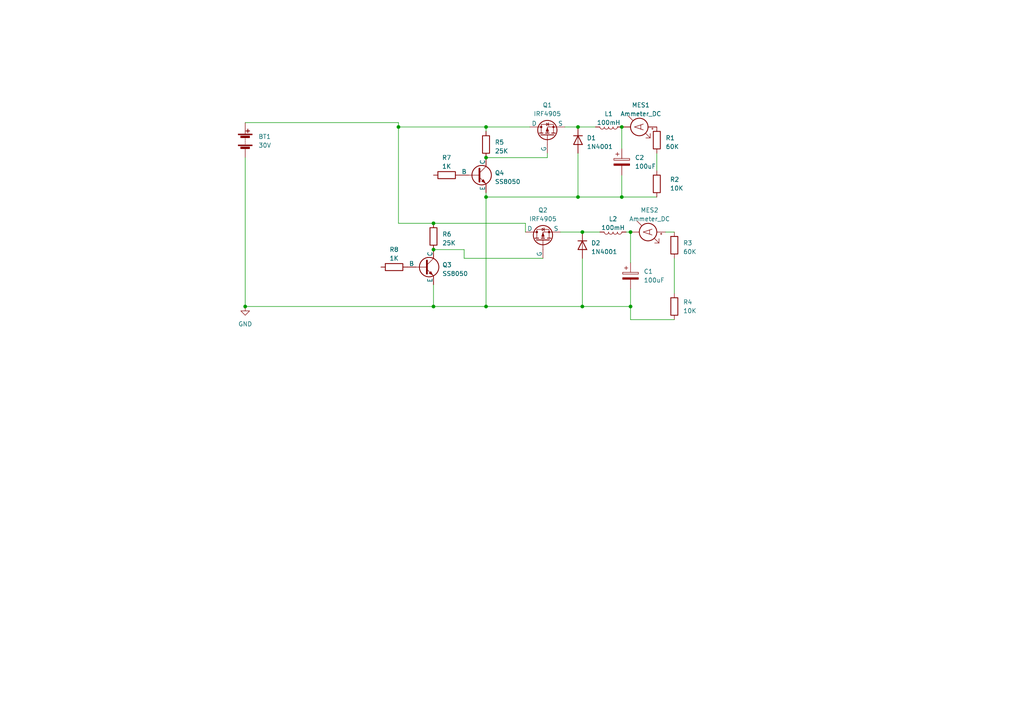
<source format=kicad_sch>
(kicad_sch (version 20230121) (generator eeschema)

  (uuid bf9e53db-ecaa-4ad6-afa2-d043436283a9)

  (paper "A4")

  (lib_symbols
    (symbol "Device:Ammeter_DC" (pin_numbers hide) (pin_names (offset 0.0254) hide) (in_bom yes) (on_board yes)
      (property "Reference" "MES" (at -3.302 1.016 0)
        (effects (font (size 1.27 1.27)) (justify right))
      )
      (property "Value" "Ammeter_DC" (at -3.302 -0.762 0)
        (effects (font (size 1.27 1.27)) (justify right))
      )
      (property "Footprint" "" (at 0 2.54 90)
        (effects (font (size 1.27 1.27)) hide)
      )
      (property "Datasheet" "~" (at 0 2.54 90)
        (effects (font (size 1.27 1.27)) hide)
      )
      (property "ki_keywords" "ammeter DC ampere meter" (at 0 0 0)
        (effects (font (size 1.27 1.27)) hide)
      )
      (property "ki_description" "DC ammeter" (at 0 0 0)
        (effects (font (size 1.27 1.27)) hide)
      )
      (symbol "Ammeter_DC_0_0"
        (polyline
          (pts
            (xy -3.175 -3.175)
            (xy -1.905 -1.905)
          )
          (stroke (width 0) (type default))
          (fill (type none))
        )
        (polyline
          (pts
            (xy 1.905 1.905)
            (xy 3.175 3.175)
          )
          (stroke (width 0) (type default))
          (fill (type none))
        )
        (polyline
          (pts
            (xy 1.905 3.175)
            (xy 3.175 3.175)
            (xy 3.175 1.905)
          )
          (stroke (width 0) (type default))
          (fill (type none))
        )
        (text "A" (at 0 0 0)
          (effects (font (size 2.54 2.54)))
        )
      )
      (symbol "Ammeter_DC_0_1"
        (polyline
          (pts
            (xy 0.254 3.81)
            (xy 0.762 3.81)
          )
          (stroke (width 0) (type default))
          (fill (type none))
        )
        (polyline
          (pts
            (xy 0.508 4.064)
            (xy 0.508 3.556)
          )
          (stroke (width 0) (type default))
          (fill (type none))
        )
        (circle (center 0 0) (radius 2.54)
          (stroke (width 0.254) (type default))
          (fill (type none))
        )
      )
      (symbol "Ammeter_DC_1_1"
        (pin passive line (at 0 -5.08 90) (length 2.54)
          (name "-" (effects (font (size 1.27 1.27))))
          (number "1" (effects (font (size 1.27 1.27))))
        )
        (pin passive line (at 0 5.08 270) (length 2.54)
          (name "+" (effects (font (size 1.27 1.27))))
          (number "2" (effects (font (size 1.27 1.27))))
        )
      )
    )
    (symbol "Device:Battery" (pin_numbers hide) (pin_names (offset 0) hide) (in_bom yes) (on_board yes)
      (property "Reference" "BT" (at 2.54 2.54 0)
        (effects (font (size 1.27 1.27)) (justify left))
      )
      (property "Value" "Battery" (at 2.54 0 0)
        (effects (font (size 1.27 1.27)) (justify left))
      )
      (property "Footprint" "" (at 0 1.524 90)
        (effects (font (size 1.27 1.27)) hide)
      )
      (property "Datasheet" "~" (at 0 1.524 90)
        (effects (font (size 1.27 1.27)) hide)
      )
      (property "ki_keywords" "batt voltage-source cell" (at 0 0 0)
        (effects (font (size 1.27 1.27)) hide)
      )
      (property "ki_description" "Multiple-cell battery" (at 0 0 0)
        (effects (font (size 1.27 1.27)) hide)
      )
      (symbol "Battery_0_1"
        (rectangle (start -2.032 -1.397) (end 2.032 -1.651)
          (stroke (width 0) (type default))
          (fill (type outline))
        )
        (rectangle (start -2.032 1.778) (end 2.032 1.524)
          (stroke (width 0) (type default))
          (fill (type outline))
        )
        (rectangle (start -1.3208 -1.9812) (end 1.27 -2.4892)
          (stroke (width 0) (type default))
          (fill (type outline))
        )
        (rectangle (start -1.3208 1.1938) (end 1.27 0.6858)
          (stroke (width 0) (type default))
          (fill (type outline))
        )
        (polyline
          (pts
            (xy 0 -1.524)
            (xy 0 -1.27)
          )
          (stroke (width 0) (type default))
          (fill (type none))
        )
        (polyline
          (pts
            (xy 0 -1.016)
            (xy 0 -0.762)
          )
          (stroke (width 0) (type default))
          (fill (type none))
        )
        (polyline
          (pts
            (xy 0 -0.508)
            (xy 0 -0.254)
          )
          (stroke (width 0) (type default))
          (fill (type none))
        )
        (polyline
          (pts
            (xy 0 0)
            (xy 0 0.254)
          )
          (stroke (width 0) (type default))
          (fill (type none))
        )
        (polyline
          (pts
            (xy 0 0.508)
            (xy 0 0.762)
          )
          (stroke (width 0) (type default))
          (fill (type none))
        )
        (polyline
          (pts
            (xy 0 1.778)
            (xy 0 2.54)
          )
          (stroke (width 0) (type default))
          (fill (type none))
        )
        (polyline
          (pts
            (xy 0.254 2.667)
            (xy 1.27 2.667)
          )
          (stroke (width 0.254) (type default))
          (fill (type none))
        )
        (polyline
          (pts
            (xy 0.762 3.175)
            (xy 0.762 2.159)
          )
          (stroke (width 0.254) (type default))
          (fill (type none))
        )
      )
      (symbol "Battery_1_1"
        (pin passive line (at 0 5.08 270) (length 2.54)
          (name "+" (effects (font (size 1.27 1.27))))
          (number "1" (effects (font (size 1.27 1.27))))
        )
        (pin passive line (at 0 -5.08 90) (length 2.54)
          (name "-" (effects (font (size 1.27 1.27))))
          (number "2" (effects (font (size 1.27 1.27))))
        )
      )
    )
    (symbol "Device:C_Polarized" (pin_numbers hide) (pin_names (offset 0.254)) (in_bom yes) (on_board yes)
      (property "Reference" "C" (at 0.635 2.54 0)
        (effects (font (size 1.27 1.27)) (justify left))
      )
      (property "Value" "C_Polarized" (at 0.635 -2.54 0)
        (effects (font (size 1.27 1.27)) (justify left))
      )
      (property "Footprint" "" (at 0.9652 -3.81 0)
        (effects (font (size 1.27 1.27)) hide)
      )
      (property "Datasheet" "~" (at 0 0 0)
        (effects (font (size 1.27 1.27)) hide)
      )
      (property "ki_keywords" "cap capacitor" (at 0 0 0)
        (effects (font (size 1.27 1.27)) hide)
      )
      (property "ki_description" "Polarized capacitor" (at 0 0 0)
        (effects (font (size 1.27 1.27)) hide)
      )
      (property "ki_fp_filters" "CP_*" (at 0 0 0)
        (effects (font (size 1.27 1.27)) hide)
      )
      (symbol "C_Polarized_0_1"
        (rectangle (start -2.286 0.508) (end 2.286 1.016)
          (stroke (width 0) (type default))
          (fill (type none))
        )
        (polyline
          (pts
            (xy -1.778 2.286)
            (xy -0.762 2.286)
          )
          (stroke (width 0) (type default))
          (fill (type none))
        )
        (polyline
          (pts
            (xy -1.27 2.794)
            (xy -1.27 1.778)
          )
          (stroke (width 0) (type default))
          (fill (type none))
        )
        (rectangle (start 2.286 -0.508) (end -2.286 -1.016)
          (stroke (width 0) (type default))
          (fill (type outline))
        )
      )
      (symbol "C_Polarized_1_1"
        (pin passive line (at 0 3.81 270) (length 2.794)
          (name "~" (effects (font (size 1.27 1.27))))
          (number "1" (effects (font (size 1.27 1.27))))
        )
        (pin passive line (at 0 -3.81 90) (length 2.794)
          (name "~" (effects (font (size 1.27 1.27))))
          (number "2" (effects (font (size 1.27 1.27))))
        )
      )
    )
    (symbol "Device:D" (pin_numbers hide) (pin_names (offset 1.016) hide) (in_bom yes) (on_board yes)
      (property "Reference" "D" (at 0 2.54 0)
        (effects (font (size 1.27 1.27)))
      )
      (property "Value" "D" (at 0 -2.54 0)
        (effects (font (size 1.27 1.27)))
      )
      (property "Footprint" "" (at 0 0 0)
        (effects (font (size 1.27 1.27)) hide)
      )
      (property "Datasheet" "~" (at 0 0 0)
        (effects (font (size 1.27 1.27)) hide)
      )
      (property "Sim.Device" "D" (at 0 0 0)
        (effects (font (size 1.27 1.27)) hide)
      )
      (property "Sim.Pins" "1=K 2=A" (at 0 0 0)
        (effects (font (size 1.27 1.27)) hide)
      )
      (property "ki_keywords" "diode" (at 0 0 0)
        (effects (font (size 1.27 1.27)) hide)
      )
      (property "ki_description" "Diode" (at 0 0 0)
        (effects (font (size 1.27 1.27)) hide)
      )
      (property "ki_fp_filters" "TO-???* *_Diode_* *SingleDiode* D_*" (at 0 0 0)
        (effects (font (size 1.27 1.27)) hide)
      )
      (symbol "D_0_1"
        (polyline
          (pts
            (xy -1.27 1.27)
            (xy -1.27 -1.27)
          )
          (stroke (width 0.254) (type default))
          (fill (type none))
        )
        (polyline
          (pts
            (xy 1.27 0)
            (xy -1.27 0)
          )
          (stroke (width 0) (type default))
          (fill (type none))
        )
        (polyline
          (pts
            (xy 1.27 1.27)
            (xy 1.27 -1.27)
            (xy -1.27 0)
            (xy 1.27 1.27)
          )
          (stroke (width 0.254) (type default))
          (fill (type none))
        )
      )
      (symbol "D_1_1"
        (pin passive line (at -3.81 0 0) (length 2.54)
          (name "K" (effects (font (size 1.27 1.27))))
          (number "1" (effects (font (size 1.27 1.27))))
        )
        (pin passive line (at 3.81 0 180) (length 2.54)
          (name "A" (effects (font (size 1.27 1.27))))
          (number "2" (effects (font (size 1.27 1.27))))
        )
      )
    )
    (symbol "Device:L" (pin_numbers hide) (pin_names (offset 1.016) hide) (in_bom yes) (on_board yes)
      (property "Reference" "L" (at -1.27 0 90)
        (effects (font (size 1.27 1.27)))
      )
      (property "Value" "L" (at 1.905 0 90)
        (effects (font (size 1.27 1.27)))
      )
      (property "Footprint" "" (at 0 0 0)
        (effects (font (size 1.27 1.27)) hide)
      )
      (property "Datasheet" "~" (at 0 0 0)
        (effects (font (size 1.27 1.27)) hide)
      )
      (property "ki_keywords" "inductor choke coil reactor magnetic" (at 0 0 0)
        (effects (font (size 1.27 1.27)) hide)
      )
      (property "ki_description" "Inductor" (at 0 0 0)
        (effects (font (size 1.27 1.27)) hide)
      )
      (property "ki_fp_filters" "Choke_* *Coil* Inductor_* L_*" (at 0 0 0)
        (effects (font (size 1.27 1.27)) hide)
      )
      (symbol "L_0_1"
        (arc (start 0 -2.54) (mid 0.6323 -1.905) (end 0 -1.27)
          (stroke (width 0) (type default))
          (fill (type none))
        )
        (arc (start 0 -1.27) (mid 0.6323 -0.635) (end 0 0)
          (stroke (width 0) (type default))
          (fill (type none))
        )
        (arc (start 0 0) (mid 0.6323 0.635) (end 0 1.27)
          (stroke (width 0) (type default))
          (fill (type none))
        )
        (arc (start 0 1.27) (mid 0.6323 1.905) (end 0 2.54)
          (stroke (width 0) (type default))
          (fill (type none))
        )
      )
      (symbol "L_1_1"
        (pin passive line (at 0 3.81 270) (length 1.27)
          (name "1" (effects (font (size 1.27 1.27))))
          (number "1" (effects (font (size 1.27 1.27))))
        )
        (pin passive line (at 0 -3.81 90) (length 1.27)
          (name "2" (effects (font (size 1.27 1.27))))
          (number "2" (effects (font (size 1.27 1.27))))
        )
      )
    )
    (symbol "Device:R" (pin_numbers hide) (pin_names (offset 0)) (in_bom yes) (on_board yes)
      (property "Reference" "R" (at 2.032 0 90)
        (effects (font (size 1.27 1.27)))
      )
      (property "Value" "R" (at 0 0 90)
        (effects (font (size 1.27 1.27)))
      )
      (property "Footprint" "" (at -1.778 0 90)
        (effects (font (size 1.27 1.27)) hide)
      )
      (property "Datasheet" "~" (at 0 0 0)
        (effects (font (size 1.27 1.27)) hide)
      )
      (property "ki_keywords" "R res resistor" (at 0 0 0)
        (effects (font (size 1.27 1.27)) hide)
      )
      (property "ki_description" "Resistor" (at 0 0 0)
        (effects (font (size 1.27 1.27)) hide)
      )
      (property "ki_fp_filters" "R_*" (at 0 0 0)
        (effects (font (size 1.27 1.27)) hide)
      )
      (symbol "R_0_1"
        (rectangle (start -1.016 -2.54) (end 1.016 2.54)
          (stroke (width 0.254) (type default))
          (fill (type none))
        )
      )
      (symbol "R_1_1"
        (pin passive line (at 0 3.81 270) (length 1.27)
          (name "~" (effects (font (size 1.27 1.27))))
          (number "1" (effects (font (size 1.27 1.27))))
        )
        (pin passive line (at 0 -3.81 90) (length 1.27)
          (name "~" (effects (font (size 1.27 1.27))))
          (number "2" (effects (font (size 1.27 1.27))))
        )
      )
    )
    (symbol "Simulation_SPICE:NPN" (pin_numbers hide) (pin_names (offset 0)) (in_bom yes) (on_board yes)
      (property "Reference" "Q" (at -2.54 7.62 0)
        (effects (font (size 1.27 1.27)))
      )
      (property "Value" "NPN" (at -2.54 5.08 0)
        (effects (font (size 1.27 1.27)))
      )
      (property "Footprint" "" (at 63.5 0 0)
        (effects (font (size 1.27 1.27)) hide)
      )
      (property "Datasheet" "~" (at 63.5 0 0)
        (effects (font (size 1.27 1.27)) hide)
      )
      (property "Sim.Device" "NPN" (at 0 0 0)
        (effects (font (size 1.27 1.27)) hide)
      )
      (property "Sim.Type" "GUMMELPOON" (at 0 0 0)
        (effects (font (size 1.27 1.27)) hide)
      )
      (property "Sim.Pins" "1=C 2=B 3=E" (at 0 0 0)
        (effects (font (size 1.27 1.27)) hide)
      )
      (property "ki_keywords" "simulation" (at 0 0 0)
        (effects (font (size 1.27 1.27)) hide)
      )
      (property "ki_description" "Bipolar transistor symbol for simulation only, substrate tied to the emitter" (at 0 0 0)
        (effects (font (size 1.27 1.27)) hide)
      )
      (symbol "NPN_0_1"
        (polyline
          (pts
            (xy -2.54 0)
            (xy 0.635 0)
          )
          (stroke (width 0.1524) (type default))
          (fill (type none))
        )
        (polyline
          (pts
            (xy 0.635 0.635)
            (xy 2.54 2.54)
          )
          (stroke (width 0) (type default))
          (fill (type none))
        )
        (polyline
          (pts
            (xy 2.794 -1.27)
            (xy 2.794 -1.27)
          )
          (stroke (width 0.1524) (type default))
          (fill (type none))
        )
        (polyline
          (pts
            (xy 2.794 -1.27)
            (xy 2.794 -1.27)
          )
          (stroke (width 0.1524) (type default))
          (fill (type none))
        )
        (polyline
          (pts
            (xy 0.635 -0.635)
            (xy 2.54 -2.54)
            (xy 2.54 -2.54)
          )
          (stroke (width 0) (type default))
          (fill (type none))
        )
        (polyline
          (pts
            (xy 0.635 1.905)
            (xy 0.635 -1.905)
            (xy 0.635 -1.905)
          )
          (stroke (width 0.508) (type default))
          (fill (type none))
        )
        (polyline
          (pts
            (xy 1.27 -1.778)
            (xy 1.778 -1.27)
            (xy 2.286 -2.286)
            (xy 1.27 -1.778)
            (xy 1.27 -1.778)
          )
          (stroke (width 0) (type default))
          (fill (type outline))
        )
        (circle (center 1.27 0) (radius 2.8194)
          (stroke (width 0.254) (type default))
          (fill (type none))
        )
      )
      (symbol "NPN_1_1"
        (pin open_collector line (at 2.54 5.08 270) (length 2.54)
          (name "C" (effects (font (size 1.27 1.27))))
          (number "1" (effects (font (size 1.27 1.27))))
        )
        (pin input line (at -5.08 0 0) (length 2.54)
          (name "B" (effects (font (size 1.27 1.27))))
          (number "2" (effects (font (size 1.27 1.27))))
        )
        (pin open_emitter line (at 2.54 -5.08 90) (length 2.54)
          (name "E" (effects (font (size 1.27 1.27))))
          (number "3" (effects (font (size 1.27 1.27))))
        )
      )
    )
    (symbol "Simulation_SPICE:PMOS" (pin_numbers hide) (pin_names (offset 0)) (in_bom yes) (on_board yes)
      (property "Reference" "Q" (at 5.08 1.27 0)
        (effects (font (size 1.27 1.27)) (justify left))
      )
      (property "Value" "PMOS" (at 5.08 -1.27 0)
        (effects (font (size 1.27 1.27)) (justify left))
      )
      (property "Footprint" "" (at 5.08 2.54 0)
        (effects (font (size 1.27 1.27)) hide)
      )
      (property "Datasheet" "https://ngspice.sourceforge.io/docs/ngspice-manual.pdf" (at 0 -12.7 0)
        (effects (font (size 1.27 1.27)) hide)
      )
      (property "Sim.Device" "PMOS" (at 0 -17.145 0)
        (effects (font (size 1.27 1.27)) hide)
      )
      (property "Sim.Type" "VDMOS" (at 0 -19.05 0)
        (effects (font (size 1.27 1.27)) hide)
      )
      (property "Sim.Pins" "1=D 2=G 3=S" (at 0 -15.24 0)
        (effects (font (size 1.27 1.27)) hide)
      )
      (property "ki_keywords" "transistor PMOS P-MOS P-MOSFET simulation" (at 0 0 0)
        (effects (font (size 1.27 1.27)) hide)
      )
      (property "ki_description" "P-MOSFET transistor, drain/source/gate" (at 0 0 0)
        (effects (font (size 1.27 1.27)) hide)
      )
      (symbol "PMOS_0_1"
        (polyline
          (pts
            (xy 0.254 0)
            (xy -2.54 0)
          )
          (stroke (width 0) (type default))
          (fill (type none))
        )
        (polyline
          (pts
            (xy 0.254 1.905)
            (xy 0.254 -1.905)
          )
          (stroke (width 0.254) (type default))
          (fill (type none))
        )
        (polyline
          (pts
            (xy 0.762 -1.27)
            (xy 0.762 -2.286)
          )
          (stroke (width 0.254) (type default))
          (fill (type none))
        )
        (polyline
          (pts
            (xy 0.762 0.508)
            (xy 0.762 -0.508)
          )
          (stroke (width 0.254) (type default))
          (fill (type none))
        )
        (polyline
          (pts
            (xy 0.762 2.286)
            (xy 0.762 1.27)
          )
          (stroke (width 0.254) (type default))
          (fill (type none))
        )
        (polyline
          (pts
            (xy 2.54 2.54)
            (xy 2.54 1.778)
          )
          (stroke (width 0) (type default))
          (fill (type none))
        )
        (polyline
          (pts
            (xy 2.54 -2.54)
            (xy 2.54 0)
            (xy 0.762 0)
          )
          (stroke (width 0) (type default))
          (fill (type none))
        )
        (polyline
          (pts
            (xy 0.762 1.778)
            (xy 3.302 1.778)
            (xy 3.302 -1.778)
            (xy 0.762 -1.778)
          )
          (stroke (width 0) (type default))
          (fill (type none))
        )
        (polyline
          (pts
            (xy 2.286 0)
            (xy 1.27 0.381)
            (xy 1.27 -0.381)
            (xy 2.286 0)
          )
          (stroke (width 0) (type default))
          (fill (type outline))
        )
        (polyline
          (pts
            (xy 2.794 -0.508)
            (xy 2.921 -0.381)
            (xy 3.683 -0.381)
            (xy 3.81 -0.254)
          )
          (stroke (width 0) (type default))
          (fill (type none))
        )
        (polyline
          (pts
            (xy 3.302 -0.381)
            (xy 2.921 0.254)
            (xy 3.683 0.254)
            (xy 3.302 -0.381)
          )
          (stroke (width 0) (type default))
          (fill (type none))
        )
        (circle (center 1.651 0) (radius 2.794)
          (stroke (width 0.254) (type default))
          (fill (type none))
        )
        (circle (center 2.54 -1.778) (radius 0.254)
          (stroke (width 0) (type default))
          (fill (type outline))
        )
        (circle (center 2.54 1.778) (radius 0.254)
          (stroke (width 0) (type default))
          (fill (type outline))
        )
      )
      (symbol "PMOS_1_1"
        (pin passive line (at 2.54 5.08 270) (length 2.54)
          (name "D" (effects (font (size 1.27 1.27))))
          (number "1" (effects (font (size 1.27 1.27))))
        )
        (pin input line (at -5.08 0 0) (length 2.54)
          (name "G" (effects (font (size 1.27 1.27))))
          (number "2" (effects (font (size 1.27 1.27))))
        )
        (pin passive line (at 2.54 -5.08 90) (length 2.54)
          (name "S" (effects (font (size 1.27 1.27))))
          (number "3" (effects (font (size 1.27 1.27))))
        )
      )
    )
    (symbol "power:GND" (power) (pin_names (offset 0)) (in_bom yes) (on_board yes)
      (property "Reference" "#PWR" (at 0 -6.35 0)
        (effects (font (size 1.27 1.27)) hide)
      )
      (property "Value" "GND" (at 0 -3.81 0)
        (effects (font (size 1.27 1.27)))
      )
      (property "Footprint" "" (at 0 0 0)
        (effects (font (size 1.27 1.27)) hide)
      )
      (property "Datasheet" "" (at 0 0 0)
        (effects (font (size 1.27 1.27)) hide)
      )
      (property "ki_keywords" "global power" (at 0 0 0)
        (effects (font (size 1.27 1.27)) hide)
      )
      (property "ki_description" "Power symbol creates a global label with name \"GND\" , ground" (at 0 0 0)
        (effects (font (size 1.27 1.27)) hide)
      )
      (symbol "GND_0_1"
        (polyline
          (pts
            (xy 0 0)
            (xy 0 -1.27)
            (xy 1.27 -1.27)
            (xy 0 -2.54)
            (xy -1.27 -1.27)
            (xy 0 -1.27)
          )
          (stroke (width 0) (type default))
          (fill (type none))
        )
      )
      (symbol "GND_1_1"
        (pin power_in line (at 0 0 270) (length 0) hide
          (name "GND" (effects (font (size 1.27 1.27))))
          (number "1" (effects (font (size 1.27 1.27))))
        )
      )
    )
  )

  (junction (at 168.91 88.9) (diameter 0) (color 0 0 0 0)
    (uuid 0c3211da-08b3-4ab0-8f0c-735cd8331df9)
  )
  (junction (at 71.12 88.9) (diameter 0) (color 0 0 0 0)
    (uuid 14ec32b0-2b2a-4c7b-8a18-a1feea10d558)
  )
  (junction (at 125.73 64.77) (diameter 0) (color 0 0 0 0)
    (uuid 191180b1-f5e2-441f-905d-b56c4920665e)
  )
  (junction (at 182.88 67.31) (diameter 0) (color 0 0 0 0)
    (uuid 2730fd2f-bed4-40b4-a51c-a02a8acf8bb2)
  )
  (junction (at 180.34 57.15) (diameter 0) (color 0 0 0 0)
    (uuid 4d43d238-7522-4928-a2d3-cc5f217ed03a)
  )
  (junction (at 140.97 88.9) (diameter 0) (color 0 0 0 0)
    (uuid 53a9eca0-3464-48eb-a703-c1f973c76e84)
  )
  (junction (at 125.73 72.39) (diameter 0) (color 0 0 0 0)
    (uuid 75c3bb8c-bd57-4ade-88f2-88118f0f4a92)
  )
  (junction (at 167.64 57.15) (diameter 0) (color 0 0 0 0)
    (uuid 829d692c-2050-48fe-a827-4bb5a3f846a5)
  )
  (junction (at 168.91 67.31) (diameter 0) (color 0 0 0 0)
    (uuid 94c1d7d7-10ec-496f-bc38-b248dc9b17a0)
  )
  (junction (at 125.73 88.9) (diameter 0) (color 0 0 0 0)
    (uuid a45742f0-1b95-4045-83fd-36e0bfbe3587)
  )
  (junction (at 140.97 45.72) (diameter 0) (color 0 0 0 0)
    (uuid a62c4ac3-da52-42d3-aa27-a97bb2b2cb03)
  )
  (junction (at 115.57 36.83) (diameter 0) (color 0 0 0 0)
    (uuid abf5559b-f90c-4b3a-bcde-db1e03a7868f)
  )
  (junction (at 180.34 36.83) (diameter 0) (color 0 0 0 0)
    (uuid bfc0b74a-f4d1-44fc-8b5a-60ea4489b953)
  )
  (junction (at 140.97 36.83) (diameter 0) (color 0 0 0 0)
    (uuid eaa0502c-0cd5-4efa-8d95-418f1fe67249)
  )
  (junction (at 182.88 88.9) (diameter 0) (color 0 0 0 0)
    (uuid eef5f114-fd46-4c41-a871-3bb9c100407d)
  )
  (junction (at 167.64 36.83) (diameter 0) (color 0 0 0 0)
    (uuid f78f3f4d-e75f-4404-91af-513ec3e7df9f)
  )
  (junction (at 140.97 57.15) (diameter 0) (color 0 0 0 0)
    (uuid f9f12321-082d-4694-99d6-4efe52401e6f)
  )

  (wire (pts (xy 140.97 88.9) (xy 125.73 88.9))
    (stroke (width 0) (type default))
    (uuid 0098aa60-fc59-4f39-b121-8e1b30901d14)
  )
  (wire (pts (xy 140.97 36.83) (xy 153.67 36.83))
    (stroke (width 0) (type default))
    (uuid 02e51d8f-ec35-4a83-8ba5-1eac49996b8a)
  )
  (wire (pts (xy 140.97 38.1) (xy 140.97 36.83))
    (stroke (width 0) (type default))
    (uuid 212f9ea7-3663-475b-a208-df3a532ef176)
  )
  (wire (pts (xy 180.34 43.18) (xy 180.34 36.83))
    (stroke (width 0) (type default))
    (uuid 2894ae61-e067-4538-b173-7bedbba06257)
  )
  (wire (pts (xy 71.12 35.56) (xy 115.57 35.56))
    (stroke (width 0) (type default))
    (uuid 2a67104a-6c70-4211-9ebc-fae461285041)
  )
  (wire (pts (xy 167.64 57.15) (xy 180.34 57.15))
    (stroke (width 0) (type default))
    (uuid 2bad9422-6532-46d6-9903-423a540bf502)
  )
  (wire (pts (xy 140.97 57.15) (xy 167.64 57.15))
    (stroke (width 0) (type default))
    (uuid 339a5dff-ca59-43b2-8544-8800302acf3c)
  )
  (wire (pts (xy 125.73 88.9) (xy 125.73 82.55))
    (stroke (width 0) (type default))
    (uuid 3a3be18a-dfa6-4d3e-8c88-9f80678498db)
  )
  (wire (pts (xy 162.56 67.31) (xy 168.91 67.31))
    (stroke (width 0) (type default))
    (uuid 44af640c-83a0-4b4f-9d03-ef1fbb4fe2ba)
  )
  (wire (pts (xy 182.88 76.2) (xy 182.88 67.31))
    (stroke (width 0) (type default))
    (uuid 4f886ce1-ff9f-4a80-a7ea-ef79af06cc39)
  )
  (wire (pts (xy 115.57 36.83) (xy 115.57 64.77))
    (stroke (width 0) (type default))
    (uuid 4fabbfbf-d69a-4f99-9454-cecc3d5ef47c)
  )
  (wire (pts (xy 168.91 74.93) (xy 168.91 88.9))
    (stroke (width 0) (type default))
    (uuid 54598ddf-849c-4d06-a2df-dfe81ebc4685)
  )
  (wire (pts (xy 71.12 45.72) (xy 71.12 88.9))
    (stroke (width 0) (type default))
    (uuid 5f0c7811-9cdb-4fa7-a968-88263cee4921)
  )
  (wire (pts (xy 158.75 44.45) (xy 158.75 45.72))
    (stroke (width 0) (type default))
    (uuid 62ccf5c1-20b0-42be-8a03-d8ad29582a95)
  )
  (wire (pts (xy 181.61 67.31) (xy 182.88 67.31))
    (stroke (width 0) (type default))
    (uuid 6a4237a9-683a-4f2f-ae29-2e3a24d1c6fd)
  )
  (wire (pts (xy 182.88 88.9) (xy 182.88 92.71))
    (stroke (width 0) (type default))
    (uuid 6aca1d77-b54f-47a1-ab06-42b4ee1db216)
  )
  (wire (pts (xy 115.57 64.77) (xy 125.73 64.77))
    (stroke (width 0) (type default))
    (uuid 70283a64-8089-44c6-a86e-1c47bdda5c67)
  )
  (wire (pts (xy 71.12 88.9) (xy 125.73 88.9))
    (stroke (width 0) (type default))
    (uuid 780842de-e287-4c40-92d8-cba02b862397)
  )
  (wire (pts (xy 180.34 50.8) (xy 180.34 57.15))
    (stroke (width 0) (type default))
    (uuid 87c41f8d-6496-432e-a2b1-fdea9079594c)
  )
  (wire (pts (xy 167.64 44.45) (xy 167.64 57.15))
    (stroke (width 0) (type default))
    (uuid 8ceac238-c26e-4163-a01a-4cf081038655)
  )
  (wire (pts (xy 115.57 36.83) (xy 140.97 36.83))
    (stroke (width 0) (type default))
    (uuid 961f1645-b3db-49a3-94a3-9079269c21a1)
  )
  (wire (pts (xy 168.91 88.9) (xy 182.88 88.9))
    (stroke (width 0) (type default))
    (uuid 986ae942-dc36-4c89-b9a7-1099d27e782b)
  )
  (wire (pts (xy 125.73 64.77) (xy 152.4 64.77))
    (stroke (width 0) (type default))
    (uuid a0731dd4-9f1a-4aab-a321-b3ca2251b9e4)
  )
  (wire (pts (xy 134.62 72.39) (xy 125.73 72.39))
    (stroke (width 0) (type default))
    (uuid a153a05b-70c6-4e96-b959-b7951e2a6edc)
  )
  (wire (pts (xy 182.88 83.82) (xy 182.88 88.9))
    (stroke (width 0) (type default))
    (uuid a48aa5f4-add7-443e-8f99-68151a1e800e)
  )
  (wire (pts (xy 157.48 74.93) (xy 134.62 74.93))
    (stroke (width 0) (type default))
    (uuid aacf5460-4625-4db0-9aea-8e367bf2304d)
  )
  (wire (pts (xy 158.75 45.72) (xy 140.97 45.72))
    (stroke (width 0) (type default))
    (uuid b4f8f6ac-69c2-4dd9-a330-d6dc2a40515d)
  )
  (wire (pts (xy 134.62 74.93) (xy 134.62 72.39))
    (stroke (width 0) (type default))
    (uuid bd2c57ed-f6d8-4325-8fe3-ef1cdc97992d)
  )
  (wire (pts (xy 140.97 57.15) (xy 140.97 88.9))
    (stroke (width 0) (type default))
    (uuid c4918710-2afe-484b-8169-4edd0f1b45d5)
  )
  (wire (pts (xy 180.34 57.15) (xy 190.5 57.15))
    (stroke (width 0) (type default))
    (uuid c4d35dd3-3751-43cd-99b9-534660474a93)
  )
  (wire (pts (xy 195.58 67.31) (xy 193.04 67.31))
    (stroke (width 0) (type default))
    (uuid cbf14fa4-e57b-45d3-9a9a-4d8439bbdaa6)
  )
  (wire (pts (xy 163.83 36.83) (xy 167.64 36.83))
    (stroke (width 0) (type default))
    (uuid cd880c68-b7a0-4991-8245-337222d2ac70)
  )
  (wire (pts (xy 167.64 36.83) (xy 172.72 36.83))
    (stroke (width 0) (type default))
    (uuid cfbb662f-2c2b-4c10-a999-29eaf87a237f)
  )
  (wire (pts (xy 140.97 55.88) (xy 140.97 57.15))
    (stroke (width 0) (type default))
    (uuid d9200025-bd5b-4e18-ad41-7097d82b1de2)
  )
  (wire (pts (xy 168.91 67.31) (xy 173.99 67.31))
    (stroke (width 0) (type default))
    (uuid db18fb48-304f-40c7-b59c-bc320ce0e6c0)
  )
  (wire (pts (xy 182.88 92.71) (xy 195.58 92.71))
    (stroke (width 0) (type default))
    (uuid dd818b43-4dfa-4718-944a-209ca8016350)
  )
  (wire (pts (xy 195.58 74.93) (xy 195.58 85.09))
    (stroke (width 0) (type default))
    (uuid e11854c0-4470-4e99-bb01-5b4ab2eb5a07)
  )
  (wire (pts (xy 115.57 35.56) (xy 115.57 36.83))
    (stroke (width 0) (type default))
    (uuid ec3c6e73-a5f8-4681-ad13-6bd866635882)
  )
  (wire (pts (xy 152.4 64.77) (xy 152.4 67.31))
    (stroke (width 0) (type default))
    (uuid f44d04c7-7cf2-48e6-93db-a255810793a5)
  )
  (wire (pts (xy 140.97 88.9) (xy 168.91 88.9))
    (stroke (width 0) (type default))
    (uuid f89c025f-3d16-42bf-bd98-f397f5a2f2b5)
  )
  (wire (pts (xy 190.5 44.45) (xy 190.5 49.53))
    (stroke (width 0) (type default))
    (uuid fd655481-b163-420f-886a-0f1128e1d207)
  )

  (symbol (lib_id "Device:R") (at 114.3 77.47 270) (unit 1)
    (in_bom yes) (on_board yes) (dnp no) (fields_autoplaced)
    (uuid 147229dc-6a53-4301-84c1-4aaa37afd40d)
    (property "Reference" "R8" (at 114.3 72.39 90)
      (effects (font (size 1.27 1.27)))
    )
    (property "Value" "1K" (at 114.3 74.93 90)
      (effects (font (size 1.27 1.27)))
    )
    (property "Footprint" "" (at 114.3 75.692 90)
      (effects (font (size 1.27 1.27)) hide)
    )
    (property "Datasheet" "~" (at 114.3 77.47 0)
      (effects (font (size 1.27 1.27)) hide)
    )
    (pin "1" (uuid 8b2ce8f9-28df-43ef-9f7a-eed06ea5b308))
    (pin "2" (uuid 4949e0cd-e963-4060-9f51-2dc0fc547983))
    (instances
      (project "buck_converter"
        (path "/bf9e53db-ecaa-4ad6-afa2-d043436283a9"
          (reference "R8") (unit 1)
        )
      )
    )
  )

  (symbol (lib_id "Device:L") (at 176.53 36.83 270) (unit 1)
    (in_bom yes) (on_board yes) (dnp no) (fields_autoplaced)
    (uuid 18233c1b-9590-4ced-9577-093aa3eb308d)
    (property "Reference" "L1" (at 176.53 33.02 90)
      (effects (font (size 1.27 1.27)))
    )
    (property "Value" "100mH" (at 176.53 35.56 90)
      (effects (font (size 1.27 1.27)))
    )
    (property "Footprint" "" (at 176.53 36.83 0)
      (effects (font (size 1.27 1.27)) hide)
    )
    (property "Datasheet" "~" (at 176.53 36.83 0)
      (effects (font (size 1.27 1.27)) hide)
    )
    (pin "1" (uuid 906ed9d6-5abc-4c5c-b8bc-ba66db0b07ba))
    (pin "2" (uuid 364e2a62-3db7-45ae-8100-9807619224d5))
    (instances
      (project "buck_converter"
        (path "/bf9e53db-ecaa-4ad6-afa2-d043436283a9"
          (reference "L1") (unit 1)
        )
      )
    )
  )

  (symbol (lib_id "Device:R") (at 190.5 40.64 0) (unit 1)
    (in_bom yes) (on_board yes) (dnp no) (fields_autoplaced)
    (uuid 37f4ff67-dfca-4b7c-8f9f-2a5eb0c3edc8)
    (property "Reference" "R1" (at 193.04 40.005 0)
      (effects (font (size 1.27 1.27)) (justify left))
    )
    (property "Value" "60K" (at 193.04 42.545 0)
      (effects (font (size 1.27 1.27)) (justify left))
    )
    (property "Footprint" "" (at 188.722 40.64 90)
      (effects (font (size 1.27 1.27)) hide)
    )
    (property "Datasheet" "~" (at 190.5 40.64 0)
      (effects (font (size 1.27 1.27)) hide)
    )
    (pin "1" (uuid e0ab2cd5-512a-428d-9cf8-e1b71808bc5a))
    (pin "2" (uuid bbb20d84-c8c4-45a1-a295-42243895b026))
    (instances
      (project "buck_converter"
        (path "/bf9e53db-ecaa-4ad6-afa2-d043436283a9"
          (reference "R1") (unit 1)
        )
      )
    )
  )

  (symbol (lib_id "power:GND") (at 71.12 88.9 0) (unit 1)
    (in_bom yes) (on_board yes) (dnp no) (fields_autoplaced)
    (uuid 39067635-2a33-4c25-b3c0-36d11e53ab70)
    (property "Reference" "#PWR01" (at 71.12 95.25 0)
      (effects (font (size 1.27 1.27)) hide)
    )
    (property "Value" "GND" (at 71.12 93.98 0)
      (effects (font (size 1.27 1.27)))
    )
    (property "Footprint" "" (at 71.12 88.9 0)
      (effects (font (size 1.27 1.27)) hide)
    )
    (property "Datasheet" "" (at 71.12 88.9 0)
      (effects (font (size 1.27 1.27)) hide)
    )
    (pin "1" (uuid b89ab1db-f5e9-4481-9f89-aa508e319089))
    (instances
      (project "buck_converter"
        (path "/bf9e53db-ecaa-4ad6-afa2-d043436283a9"
          (reference "#PWR01") (unit 1)
        )
      )
    )
  )

  (symbol (lib_id "Device:R") (at 195.58 71.12 0) (unit 1)
    (in_bom yes) (on_board yes) (dnp no) (fields_autoplaced)
    (uuid 50dfb7a9-347a-414a-9c8a-aad50a680217)
    (property "Reference" "R3" (at 198.12 70.485 0)
      (effects (font (size 1.27 1.27)) (justify left))
    )
    (property "Value" "60K" (at 198.12 73.025 0)
      (effects (font (size 1.27 1.27)) (justify left))
    )
    (property "Footprint" "" (at 193.802 71.12 90)
      (effects (font (size 1.27 1.27)) hide)
    )
    (property "Datasheet" "~" (at 195.58 71.12 0)
      (effects (font (size 1.27 1.27)) hide)
    )
    (pin "1" (uuid 7b91412d-5a17-4cdd-9fa5-78916fb8d4f1))
    (pin "2" (uuid a82c8e89-5345-4a63-b627-f155d6a851b6))
    (instances
      (project "buck_converter"
        (path "/bf9e53db-ecaa-4ad6-afa2-d043436283a9"
          (reference "R3") (unit 1)
        )
      )
    )
  )

  (symbol (lib_id "Device:R") (at 140.97 41.91 0) (unit 1)
    (in_bom yes) (on_board yes) (dnp no) (fields_autoplaced)
    (uuid 5103d98c-90d5-483a-b5ed-f16e343c6988)
    (property "Reference" "R5" (at 143.51 41.275 0)
      (effects (font (size 1.27 1.27)) (justify left))
    )
    (property "Value" "25K" (at 143.51 43.815 0)
      (effects (font (size 1.27 1.27)) (justify left))
    )
    (property "Footprint" "" (at 139.192 41.91 90)
      (effects (font (size 1.27 1.27)) hide)
    )
    (property "Datasheet" "~" (at 140.97 41.91 0)
      (effects (font (size 1.27 1.27)) hide)
    )
    (pin "1" (uuid a794cbfe-15a0-4229-a519-888bb82474bf))
    (pin "2" (uuid deeaf9e8-5a3f-4906-a66b-99158280cbb8))
    (instances
      (project "buck_converter"
        (path "/bf9e53db-ecaa-4ad6-afa2-d043436283a9"
          (reference "R5") (unit 1)
        )
      )
    )
  )

  (symbol (lib_id "Device:R") (at 195.58 88.9 0) (unit 1)
    (in_bom yes) (on_board yes) (dnp no)
    (uuid 5e18c3d4-10dd-4223-ae33-5d888e3673c6)
    (property "Reference" "R4" (at 198.12 87.63 0)
      (effects (font (size 1.27 1.27)) (justify left))
    )
    (property "Value" "10K" (at 198.12 90.17 0)
      (effects (font (size 1.27 1.27)) (justify left))
    )
    (property "Footprint" "" (at 193.802 88.9 90)
      (effects (font (size 1.27 1.27)) hide)
    )
    (property "Datasheet" "~" (at 195.58 88.9 0)
      (effects (font (size 1.27 1.27)) hide)
    )
    (pin "1" (uuid e6bed553-b361-4f3e-b753-3e9f4626a37e))
    (pin "2" (uuid 908b8e78-6039-41e0-8583-78ce08bb4627))
    (instances
      (project "buck_converter"
        (path "/bf9e53db-ecaa-4ad6-afa2-d043436283a9"
          (reference "R4") (unit 1)
        )
      )
    )
  )

  (symbol (lib_id "Device:D") (at 168.91 71.12 270) (unit 1)
    (in_bom yes) (on_board yes) (dnp no) (fields_autoplaced)
    (uuid 6b5ebd97-5e14-463c-b106-68d1117c8b30)
    (property "Reference" "D2" (at 171.45 70.485 90)
      (effects (font (size 1.27 1.27)) (justify left))
    )
    (property "Value" "1N4001" (at 171.45 73.025 90)
      (effects (font (size 1.27 1.27)) (justify left))
    )
    (property "Footprint" "Diode_SMD:D_SC-80_HandSoldering" (at 168.91 71.12 0)
      (effects (font (size 1.27 1.27)) hide)
    )
    (property "Datasheet" "~" (at 168.91 71.12 0)
      (effects (font (size 1.27 1.27)) hide)
    )
    (property "Sim.Device" "D" (at 168.91 71.12 0)
      (effects (font (size 1.27 1.27)) hide)
    )
    (property "Sim.Pins" "1=K 2=A" (at 168.91 71.12 0)
      (effects (font (size 1.27 1.27)) hide)
    )
    (pin "1" (uuid db88136c-840f-493d-8c2e-347b0b7977c8))
    (pin "2" (uuid ecd9fe60-50c3-477f-8f39-09ba19ba466c))
    (instances
      (project "buck_converter"
        (path "/bf9e53db-ecaa-4ad6-afa2-d043436283a9"
          (reference "D2") (unit 1)
        )
      )
    )
  )

  (symbol (lib_id "Device:Battery") (at 71.12 40.64 0) (unit 1)
    (in_bom yes) (on_board yes) (dnp no) (fields_autoplaced)
    (uuid 77155f68-8db1-4f4d-b73b-312c130ccc44)
    (property "Reference" "BT1" (at 74.93 39.624 0)
      (effects (font (size 1.27 1.27)) (justify left))
    )
    (property "Value" "30V" (at 74.93 42.164 0)
      (effects (font (size 1.27 1.27)) (justify left))
    )
    (property "Footprint" "" (at 71.12 39.116 90)
      (effects (font (size 1.27 1.27)) hide)
    )
    (property "Datasheet" "~" (at 71.12 39.116 90)
      (effects (font (size 1.27 1.27)) hide)
    )
    (pin "1" (uuid a9d0700d-fcf4-4f2b-ac5b-27d7d2e9def7))
    (pin "2" (uuid 5788717a-b854-4866-81ec-0a3f988bca4a))
    (instances
      (project "buck_converter"
        (path "/bf9e53db-ecaa-4ad6-afa2-d043436283a9"
          (reference "BT1") (unit 1)
        )
      )
    )
  )

  (symbol (lib_id "Simulation_SPICE:PMOS") (at 157.48 69.85 90) (unit 1)
    (in_bom yes) (on_board yes) (dnp no) (fields_autoplaced)
    (uuid 846567bf-02b2-4bb7-84b7-42a15b9d0b25)
    (property "Reference" "Q2" (at 157.48 60.96 90)
      (effects (font (size 1.27 1.27)))
    )
    (property "Value" "IRF4905" (at 157.48 63.5 90)
      (effects (font (size 1.27 1.27)))
    )
    (property "Footprint" "" (at 154.94 64.77 0)
      (effects (font (size 1.27 1.27)) hide)
    )
    (property "Datasheet" "https://ngspice.sourceforge.io/docs/ngspice-manual.pdf" (at 170.18 69.85 0)
      (effects (font (size 1.27 1.27)) hide)
    )
    (property "Sim.Device" "PMOS" (at 174.625 69.85 0)
      (effects (font (size 1.27 1.27)) hide)
    )
    (property "Sim.Type" "VDMOS" (at 176.53 69.85 0)
      (effects (font (size 1.27 1.27)) hide)
    )
    (property "Sim.Pins" "1=D 2=G 3=S" (at 172.72 69.85 0)
      (effects (font (size 1.27 1.27)) hide)
    )
    (pin "1" (uuid 8b8d8f63-57de-452e-b8a3-8401f9bd0343))
    (pin "2" (uuid 34100b8c-4af2-4a60-81f1-98e8aa29ea57))
    (pin "3" (uuid e88e190f-4bfb-4c34-9d4d-ca78ddfd3f94))
    (instances
      (project "buck_converter"
        (path "/bf9e53db-ecaa-4ad6-afa2-d043436283a9"
          (reference "Q2") (unit 1)
        )
      )
    )
  )

  (symbol (lib_id "Device:R") (at 190.5 53.34 0) (unit 1)
    (in_bom yes) (on_board yes) (dnp no)
    (uuid 89d4170e-0297-42d7-aea4-3d1bee75f057)
    (property "Reference" "R2" (at 194.31 52.07 0)
      (effects (font (size 1.27 1.27)) (justify left))
    )
    (property "Value" "10K" (at 194.31 54.61 0)
      (effects (font (size 1.27 1.27)) (justify left))
    )
    (property "Footprint" "" (at 188.722 53.34 90)
      (effects (font (size 1.27 1.27)) hide)
    )
    (property "Datasheet" "~" (at 190.5 53.34 0)
      (effects (font (size 1.27 1.27)) hide)
    )
    (pin "1" (uuid 2e46ebb0-59ea-496d-bd3b-c384243e3b8a))
    (pin "2" (uuid dcb91f98-935e-4ac1-9c27-dffaeb40d642))
    (instances
      (project "buck_converter"
        (path "/bf9e53db-ecaa-4ad6-afa2-d043436283a9"
          (reference "R2") (unit 1)
        )
      )
    )
  )

  (symbol (lib_id "Device:Ammeter_DC") (at 185.42 36.83 270) (unit 1)
    (in_bom yes) (on_board yes) (dnp no) (fields_autoplaced)
    (uuid 8da84619-cb0a-4376-917d-f617a4facbd3)
    (property "Reference" "MES1" (at 185.8645 30.48 90)
      (effects (font (size 1.27 1.27)))
    )
    (property "Value" "Ammeter_DC" (at 185.8645 33.02 90)
      (effects (font (size 1.27 1.27)))
    )
    (property "Footprint" "" (at 187.96 36.83 90)
      (effects (font (size 1.27 1.27)) hide)
    )
    (property "Datasheet" "~" (at 187.96 36.83 90)
      (effects (font (size 1.27 1.27)) hide)
    )
    (pin "1" (uuid ec452ab1-e75a-4888-96c1-87a1f4cc3140))
    (pin "2" (uuid cca5615f-e5ab-4251-b295-48489815d855))
    (instances
      (project "buck_converter"
        (path "/bf9e53db-ecaa-4ad6-afa2-d043436283a9"
          (reference "MES1") (unit 1)
        )
      )
    )
  )

  (symbol (lib_id "Device:D") (at 167.64 40.64 270) (unit 1)
    (in_bom yes) (on_board yes) (dnp no) (fields_autoplaced)
    (uuid 9a225f39-2b8c-4824-bbc5-bb90845bebee)
    (property "Reference" "D1" (at 170.18 40.005 90)
      (effects (font (size 1.27 1.27)) (justify left))
    )
    (property "Value" "1N4001" (at 170.18 42.545 90)
      (effects (font (size 1.27 1.27)) (justify left))
    )
    (property "Footprint" "Diode_SMD:D_SC-80_HandSoldering" (at 167.64 40.64 0)
      (effects (font (size 1.27 1.27)) hide)
    )
    (property "Datasheet" "~" (at 167.64 40.64 0)
      (effects (font (size 1.27 1.27)) hide)
    )
    (property "Sim.Device" "D" (at 167.64 40.64 0)
      (effects (font (size 1.27 1.27)) hide)
    )
    (property "Sim.Pins" "1=K 2=A" (at 167.64 40.64 0)
      (effects (font (size 1.27 1.27)) hide)
    )
    (pin "1" (uuid d4cda8ec-be65-4382-8025-c1bccd921058))
    (pin "2" (uuid 4786c305-c7e0-4c54-a6ce-25e49e0a2cb3))
    (instances
      (project "buck_converter"
        (path "/bf9e53db-ecaa-4ad6-afa2-d043436283a9"
          (reference "D1") (unit 1)
        )
      )
    )
  )

  (symbol (lib_id "Device:C_Polarized") (at 182.88 80.01 0) (unit 1)
    (in_bom yes) (on_board yes) (dnp no)
    (uuid a4ebd85f-3aec-410a-aa9a-0a9913c4c231)
    (property "Reference" "C1" (at 186.69 78.74 0)
      (effects (font (size 1.27 1.27)) (justify left))
    )
    (property "Value" "100uF" (at 186.69 81.28 0)
      (effects (font (size 1.27 1.27)) (justify left))
    )
    (property "Footprint" "Capacitor_SMD:CP_Elec_8x11.9" (at 183.8452 83.82 0)
      (effects (font (size 1.27 1.27)) hide)
    )
    (property "Datasheet" "~" (at 182.88 80.01 0)
      (effects (font (size 1.27 1.27)) hide)
    )
    (pin "1" (uuid d849a5dd-ca41-416d-a7ab-855dec174fe0))
    (pin "2" (uuid bebbe15f-74c2-4d8e-88fe-a772e0ccacb1))
    (instances
      (project "buck_converter"
        (path "/bf9e53db-ecaa-4ad6-afa2-d043436283a9"
          (reference "C1") (unit 1)
        )
      )
    )
  )

  (symbol (lib_id "Simulation_SPICE:NPN") (at 123.19 77.47 0) (unit 1)
    (in_bom yes) (on_board yes) (dnp no) (fields_autoplaced)
    (uuid abfb3b4b-73e8-4ffb-9920-3ab75a39c556)
    (property "Reference" "Q3" (at 128.27 76.835 0)
      (effects (font (size 1.27 1.27)) (justify left))
    )
    (property "Value" "SS8050" (at 128.27 79.375 0)
      (effects (font (size 1.27 1.27)) (justify left))
    )
    (property "Footprint" "" (at 186.69 77.47 0)
      (effects (font (size 1.27 1.27)) hide)
    )
    (property "Datasheet" "~" (at 186.69 77.47 0)
      (effects (font (size 1.27 1.27)) hide)
    )
    (property "Sim.Device" "NPN" (at 123.19 77.47 0)
      (effects (font (size 1.27 1.27)) hide)
    )
    (property "Sim.Type" "GUMMELPOON" (at 123.19 77.47 0)
      (effects (font (size 1.27 1.27)) hide)
    )
    (property "Sim.Pins" "1=C 2=B 3=E" (at 123.19 77.47 0)
      (effects (font (size 1.27 1.27)) hide)
    )
    (pin "1" (uuid 6364dfe7-d7d5-4c7b-aa83-2f46bf9aafbc))
    (pin "2" (uuid e6dd8d7a-6991-4fec-82f3-04ed07db1fc8))
    (pin "3" (uuid e1efab50-3b0d-4f5b-b7ac-2b82903791b5))
    (instances
      (project "buck_converter"
        (path "/bf9e53db-ecaa-4ad6-afa2-d043436283a9"
          (reference "Q3") (unit 1)
        )
      )
    )
  )

  (symbol (lib_id "Simulation_SPICE:NPN") (at 138.43 50.8 0) (unit 1)
    (in_bom yes) (on_board yes) (dnp no) (fields_autoplaced)
    (uuid b2166b3d-e662-448e-8daa-42db669a15f0)
    (property "Reference" "Q4" (at 143.51 50.165 0)
      (effects (font (size 1.27 1.27)) (justify left))
    )
    (property "Value" "SS8050" (at 143.51 52.705 0)
      (effects (font (size 1.27 1.27)) (justify left))
    )
    (property "Footprint" "" (at 201.93 50.8 0)
      (effects (font (size 1.27 1.27)) hide)
    )
    (property "Datasheet" "~" (at 201.93 50.8 0)
      (effects (font (size 1.27 1.27)) hide)
    )
    (property "Sim.Device" "NPN" (at 138.43 50.8 0)
      (effects (font (size 1.27 1.27)) hide)
    )
    (property "Sim.Type" "GUMMELPOON" (at 138.43 50.8 0)
      (effects (font (size 1.27 1.27)) hide)
    )
    (property "Sim.Pins" "1=C 2=B 3=E" (at 138.43 50.8 0)
      (effects (font (size 1.27 1.27)) hide)
    )
    (pin "1" (uuid 8c987175-7db1-459e-bc4f-f8d730d3b1d0))
    (pin "2" (uuid 8cd6db6e-cdfa-4765-9211-57d2eea77796))
    (pin "3" (uuid 18ee3b64-e48b-4d7e-a384-8a38913fd69f))
    (instances
      (project "buck_converter"
        (path "/bf9e53db-ecaa-4ad6-afa2-d043436283a9"
          (reference "Q4") (unit 1)
        )
      )
    )
  )

  (symbol (lib_id "Device:Ammeter_DC") (at 187.96 67.31 270) (unit 1)
    (in_bom yes) (on_board yes) (dnp no) (fields_autoplaced)
    (uuid beafdb87-3226-45c9-b714-163c7e866f99)
    (property "Reference" "MES2" (at 188.4045 60.96 90)
      (effects (font (size 1.27 1.27)))
    )
    (property "Value" "Ammeter_DC" (at 188.4045 63.5 90)
      (effects (font (size 1.27 1.27)))
    )
    (property "Footprint" "" (at 190.5 67.31 90)
      (effects (font (size 1.27 1.27)) hide)
    )
    (property "Datasheet" "~" (at 190.5 67.31 90)
      (effects (font (size 1.27 1.27)) hide)
    )
    (pin "1" (uuid d6cbb669-4008-4040-8267-597fc92803f8))
    (pin "2" (uuid d72ef053-71c7-41df-94ca-96daa9fb645a))
    (instances
      (project "buck_converter"
        (path "/bf9e53db-ecaa-4ad6-afa2-d043436283a9"
          (reference "MES2") (unit 1)
        )
      )
    )
  )

  (symbol (lib_id "Simulation_SPICE:PMOS") (at 158.75 39.37 90) (unit 1)
    (in_bom yes) (on_board yes) (dnp no) (fields_autoplaced)
    (uuid db6d9945-b3a2-42a3-aa29-80a33fd8da53)
    (property "Reference" "Q1" (at 158.75 30.48 90)
      (effects (font (size 1.27 1.27)))
    )
    (property "Value" "IRF4905" (at 158.75 33.02 90)
      (effects (font (size 1.27 1.27)))
    )
    (property "Footprint" "" (at 156.21 34.29 0)
      (effects (font (size 1.27 1.27)) hide)
    )
    (property "Datasheet" "https://ngspice.sourceforge.io/docs/ngspice-manual.pdf" (at 171.45 39.37 0)
      (effects (font (size 1.27 1.27)) hide)
    )
    (property "Sim.Device" "PMOS" (at 175.895 39.37 0)
      (effects (font (size 1.27 1.27)) hide)
    )
    (property "Sim.Type" "VDMOS" (at 177.8 39.37 0)
      (effects (font (size 1.27 1.27)) hide)
    )
    (property "Sim.Pins" "1=D 2=G 3=S" (at 173.99 39.37 0)
      (effects (font (size 1.27 1.27)) hide)
    )
    (pin "1" (uuid 7fdd87a0-3182-401a-8657-735e9f63149f))
    (pin "2" (uuid b92d33f4-3814-42fc-9e5d-5e2cdc44b90b))
    (pin "3" (uuid 2a4e4b55-943d-45b9-84c5-ccd20291e9fc))
    (instances
      (project "buck_converter"
        (path "/bf9e53db-ecaa-4ad6-afa2-d043436283a9"
          (reference "Q1") (unit 1)
        )
      )
    )
  )

  (symbol (lib_id "Device:R") (at 125.73 68.58 0) (unit 1)
    (in_bom yes) (on_board yes) (dnp no) (fields_autoplaced)
    (uuid e0102615-b161-4c68-a727-1f359a72f1f7)
    (property "Reference" "R6" (at 128.27 67.945 0)
      (effects (font (size 1.27 1.27)) (justify left))
    )
    (property "Value" "25K" (at 128.27 70.485 0)
      (effects (font (size 1.27 1.27)) (justify left))
    )
    (property "Footprint" "" (at 123.952 68.58 90)
      (effects (font (size 1.27 1.27)) hide)
    )
    (property "Datasheet" "~" (at 125.73 68.58 0)
      (effects (font (size 1.27 1.27)) hide)
    )
    (pin "1" (uuid 97169b42-7ad1-4b38-9c4e-96dbb788acf0))
    (pin "2" (uuid 710ff37c-a843-470f-8a3e-44ef3a5a178c))
    (instances
      (project "buck_converter"
        (path "/bf9e53db-ecaa-4ad6-afa2-d043436283a9"
          (reference "R6") (unit 1)
        )
      )
    )
  )

  (symbol (lib_id "Device:R") (at 129.54 50.8 270) (unit 1)
    (in_bom yes) (on_board yes) (dnp no) (fields_autoplaced)
    (uuid e74476e7-3b34-4e0b-b618-561bdcbaa9d5)
    (property "Reference" "R7" (at 129.54 45.72 90)
      (effects (font (size 1.27 1.27)))
    )
    (property "Value" "1K" (at 129.54 48.26 90)
      (effects (font (size 1.27 1.27)))
    )
    (property "Footprint" "" (at 129.54 49.022 90)
      (effects (font (size 1.27 1.27)) hide)
    )
    (property "Datasheet" "~" (at 129.54 50.8 0)
      (effects (font (size 1.27 1.27)) hide)
    )
    (pin "1" (uuid 3c55a737-c87a-423f-bbf1-e7b9f5ef6be8))
    (pin "2" (uuid cc7e3c79-82cb-4f68-9519-6dc9a1c64d9d))
    (instances
      (project "buck_converter"
        (path "/bf9e53db-ecaa-4ad6-afa2-d043436283a9"
          (reference "R7") (unit 1)
        )
      )
    )
  )

  (symbol (lib_id "Device:C_Polarized") (at 180.34 46.99 0) (unit 1)
    (in_bom yes) (on_board yes) (dnp no)
    (uuid e89dd36c-49ab-48d2-94b4-e9b853286473)
    (property "Reference" "C2" (at 184.15 45.72 0)
      (effects (font (size 1.27 1.27)) (justify left))
    )
    (property "Value" "100uF" (at 184.15 48.26 0)
      (effects (font (size 1.27 1.27)) (justify left))
    )
    (property "Footprint" "Capacitor_SMD:CP_Elec_8x11.9" (at 181.3052 50.8 0)
      (effects (font (size 1.27 1.27)) hide)
    )
    (property "Datasheet" "~" (at 180.34 46.99 0)
      (effects (font (size 1.27 1.27)) hide)
    )
    (pin "1" (uuid 4933a41a-f924-4d82-b615-fd84bf4b706b))
    (pin "2" (uuid 30f23f3d-c578-4662-aa84-f4908d193fcc))
    (instances
      (project "buck_converter"
        (path "/bf9e53db-ecaa-4ad6-afa2-d043436283a9"
          (reference "C2") (unit 1)
        )
      )
    )
  )

  (symbol (lib_id "Device:L") (at 177.8 67.31 270) (unit 1)
    (in_bom yes) (on_board yes) (dnp no) (fields_autoplaced)
    (uuid eec74ebf-d796-4815-ac73-6213adc87b2f)
    (property "Reference" "L2" (at 177.8 63.5 90)
      (effects (font (size 1.27 1.27)))
    )
    (property "Value" "100mH" (at 177.8 66.04 90)
      (effects (font (size 1.27 1.27)))
    )
    (property "Footprint" "" (at 177.8 67.31 0)
      (effects (font (size 1.27 1.27)) hide)
    )
    (property "Datasheet" "~" (at 177.8 67.31 0)
      (effects (font (size 1.27 1.27)) hide)
    )
    (pin "1" (uuid 238532c7-f8c9-41d8-9ed0-8d15e95023d6))
    (pin "2" (uuid b70f48a0-0782-49de-ae32-74a4120ecbae))
    (instances
      (project "buck_converter"
        (path "/bf9e53db-ecaa-4ad6-afa2-d043436283a9"
          (reference "L2") (unit 1)
        )
      )
    )
  )

  (sheet_instances
    (path "/" (page "1"))
  )
)

</source>
